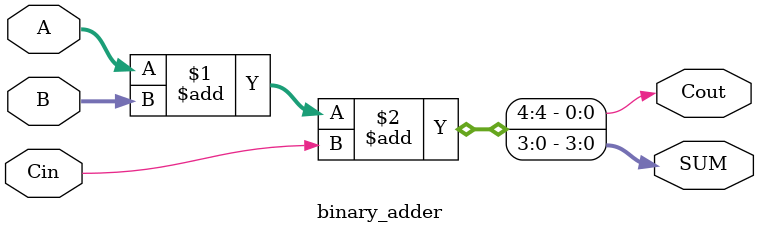
<source format=v>

module binary_adder (A, B, Cin, SUM, Cout);
    input [3:0] A, B;
    input Cin;
    output [3:0] SUM;
    output Cout;
    //  Representa {Cout, SUM} la concatenación 
    //  de cinco bits de la operacion de suma
    assign {Cout, SUM} = A + B + Cin;
endmodule

</source>
